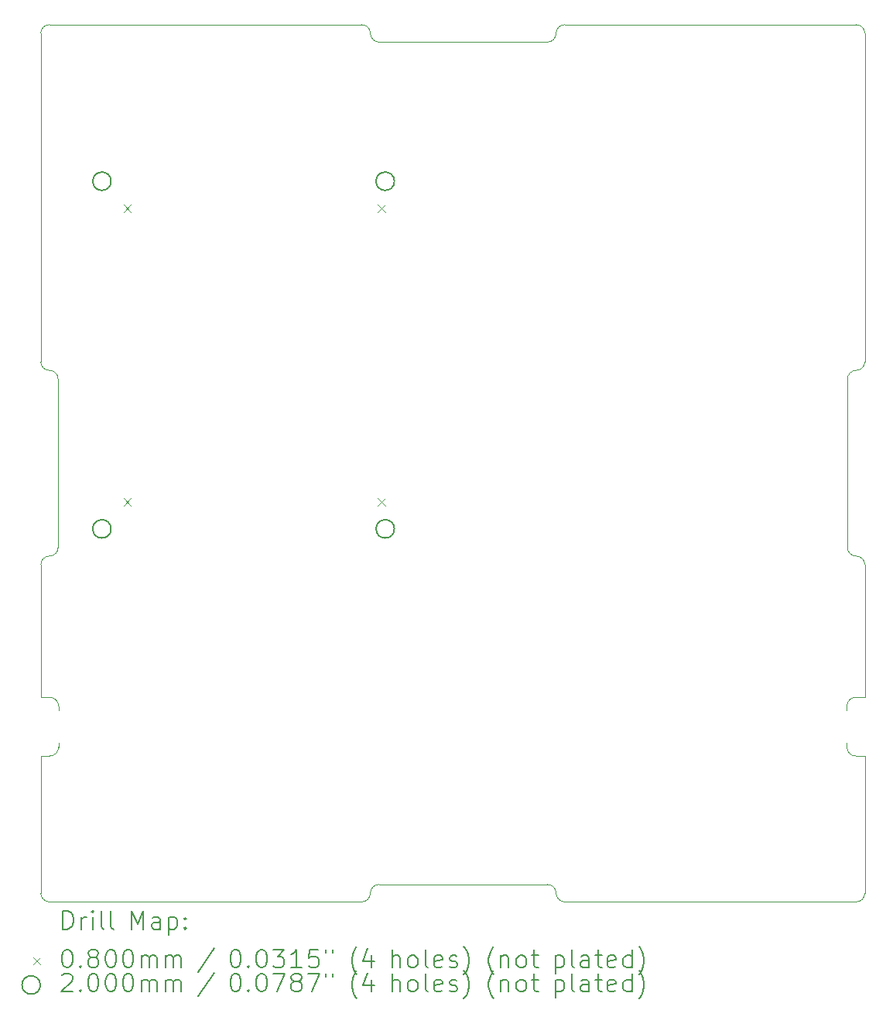
<source format=gbr>
%TF.GenerationSoftware,KiCad,Pcbnew,7.0.0-da2b9df05c~171~ubuntu22.04.1*%
%TF.CreationDate,2023-04-06T22:29:12+03:00*%
%TF.ProjectId,satnogs-comms,7361746e-6f67-4732-9d63-6f6d6d732e6b,rev?*%
%TF.SameCoordinates,Original*%
%TF.FileFunction,Drillmap*%
%TF.FilePolarity,Positive*%
%FSLAX45Y45*%
G04 Gerber Fmt 4.5, Leading zero omitted, Abs format (unit mm)*
G04 Created by KiCad (PCBNEW 7.0.0-da2b9df05c~171~ubuntu22.04.1) date 2023-04-06 22:29:12*
%MOMM*%
%LPD*%
G01*
G04 APERTURE LIST*
%ADD10C,0.100000*%
%ADD11C,0.200000*%
%ADD12C,0.080000*%
G04 APERTURE END LIST*
D10*
X8350250Y-9936480D02*
G75*
G03*
X8255000Y-10031730I0J-95250D01*
G01*
X8350250Y-9936480D02*
G75*
G03*
X8445500Y-9841230I0J95250D01*
G01*
X8445500Y-8002270D02*
G75*
G03*
X8350250Y-7907020I-95250J0D01*
G01*
X8255000Y-7811770D02*
G75*
G03*
X8350250Y-7907020I95250J0D01*
G01*
X8350250Y-4127500D02*
G75*
G03*
X8255000Y-4222750I0J-95250D01*
G01*
X17272000Y-4222750D02*
G75*
G03*
X17176750Y-4127500I-95250J0D01*
G01*
X17176750Y-13716000D02*
G75*
G03*
X17272000Y-13620750I0J95250D01*
G01*
X17176750Y-7907020D02*
G75*
G03*
X17272000Y-7811770I0J95250D01*
G01*
X17272000Y-10031730D02*
G75*
G03*
X17176750Y-9936480I-95250J0D01*
G01*
X17081500Y-8002270D02*
X17081500Y-9841230D01*
X17272000Y-4222750D02*
X17272000Y-7811770D01*
X17176750Y-7907020D02*
G75*
G03*
X17081500Y-8002270I0J-95250D01*
G01*
X11766550Y-13716000D02*
G75*
G03*
X11861800Y-13620750I0J95250D01*
G01*
X11957050Y-13525500D02*
G75*
G03*
X11861800Y-13620750I0J-95250D01*
G01*
X13893800Y-13620750D02*
G75*
G03*
X13798550Y-13525500I-95250J0D01*
G01*
X13893800Y-13620750D02*
G75*
G03*
X13989050Y-13716000I95250J0D01*
G01*
X8350250Y-13716000D02*
X11766550Y-13716000D01*
X11957050Y-13525500D02*
X13798550Y-13525500D01*
X13989050Y-13716000D02*
X17176750Y-13716000D01*
X11861800Y-4222750D02*
G75*
G03*
X11766550Y-4127500I-95250J0D01*
G01*
X8350250Y-4127500D02*
X11766550Y-4127500D01*
X13989050Y-4127500D02*
X17176750Y-4127500D01*
X13989050Y-4127500D02*
G75*
G03*
X13893800Y-4222750I0J-95250D01*
G01*
X11861800Y-4222750D02*
G75*
G03*
X11957050Y-4318000I95250J0D01*
G01*
X11957050Y-4318000D02*
X13798550Y-4318000D01*
X13798550Y-4318000D02*
G75*
G03*
X13893800Y-4222750I0J95250D01*
G01*
X17081500Y-9841230D02*
G75*
G03*
X17176750Y-9936480I95250J0D01*
G01*
X8355090Y-12120840D02*
G75*
G03*
X8450340Y-12025588I0J95250D01*
G01*
X8355090Y-11480842D02*
X8255000Y-11480800D01*
X8450340Y-12025588D02*
X8450340Y-11975840D01*
X17170750Y-11480840D02*
G75*
G03*
X17075500Y-11576092I0J-95250D01*
G01*
X17075500Y-12025630D02*
G75*
G03*
X17170750Y-12120880I95250J0D01*
G01*
X17075500Y-12025630D02*
X17075500Y-11975840D01*
X17272000Y-11480800D02*
X17272000Y-10031730D01*
X8255000Y-12120880D02*
X8355090Y-12120838D01*
X17272000Y-12120880D02*
X17272000Y-13620750D01*
X8450338Y-11576092D02*
G75*
G03*
X8355090Y-11480842I-95248J2D01*
G01*
X8450340Y-11625840D02*
X8450340Y-11576092D01*
X17272000Y-12120880D02*
X17170750Y-12120880D01*
X8255000Y-4222750D02*
X8255000Y-7811770D01*
X17075500Y-11576092D02*
X17075500Y-11625840D01*
X8255000Y-13620750D02*
G75*
G03*
X8350250Y-13716000I95250J0D01*
G01*
X8255000Y-12120880D02*
X8255000Y-13620750D01*
X17272000Y-11480800D02*
X17170750Y-11480842D01*
X8445500Y-8002270D02*
X8445500Y-9841230D01*
X8255000Y-11480800D02*
X8255000Y-10031730D01*
D11*
D12*
X9163720Y-6094300D02*
X9243720Y-6174300D01*
X9243720Y-6094300D02*
X9163720Y-6174300D01*
X9163720Y-9304300D02*
X9243720Y-9384300D01*
X9243720Y-9304300D02*
X9163720Y-9384300D01*
X11943720Y-6094300D02*
X12023720Y-6174300D01*
X12023720Y-6094300D02*
X11943720Y-6174300D01*
X11943720Y-9304300D02*
X12023720Y-9384300D01*
X12023720Y-9304300D02*
X11943720Y-9384300D01*
D11*
X9023720Y-5839300D02*
G75*
G03*
X9023720Y-5839300I-100000J0D01*
G01*
X9023720Y-9639300D02*
G75*
G03*
X9023720Y-9639300I-100000J0D01*
G01*
X12123720Y-5839300D02*
G75*
G03*
X12123720Y-5839300I-100000J0D01*
G01*
X12123720Y-9639300D02*
G75*
G03*
X12123720Y-9639300I-100000J0D01*
G01*
X8497619Y-14014476D02*
X8497619Y-13814476D01*
X8497619Y-13814476D02*
X8545238Y-13814476D01*
X8545238Y-13814476D02*
X8573810Y-13824000D01*
X8573810Y-13824000D02*
X8592857Y-13843048D01*
X8592857Y-13843048D02*
X8602381Y-13862095D01*
X8602381Y-13862095D02*
X8611905Y-13900190D01*
X8611905Y-13900190D02*
X8611905Y-13928762D01*
X8611905Y-13928762D02*
X8602381Y-13966857D01*
X8602381Y-13966857D02*
X8592857Y-13985905D01*
X8592857Y-13985905D02*
X8573810Y-14004952D01*
X8573810Y-14004952D02*
X8545238Y-14014476D01*
X8545238Y-14014476D02*
X8497619Y-14014476D01*
X8697619Y-14014476D02*
X8697619Y-13881143D01*
X8697619Y-13919238D02*
X8707143Y-13900190D01*
X8707143Y-13900190D02*
X8716667Y-13890667D01*
X8716667Y-13890667D02*
X8735714Y-13881143D01*
X8735714Y-13881143D02*
X8754762Y-13881143D01*
X8821429Y-14014476D02*
X8821429Y-13881143D01*
X8821429Y-13814476D02*
X8811905Y-13824000D01*
X8811905Y-13824000D02*
X8821429Y-13833524D01*
X8821429Y-13833524D02*
X8830952Y-13824000D01*
X8830952Y-13824000D02*
X8821429Y-13814476D01*
X8821429Y-13814476D02*
X8821429Y-13833524D01*
X8945238Y-14014476D02*
X8926190Y-14004952D01*
X8926190Y-14004952D02*
X8916667Y-13985905D01*
X8916667Y-13985905D02*
X8916667Y-13814476D01*
X9050000Y-14014476D02*
X9030952Y-14004952D01*
X9030952Y-14004952D02*
X9021429Y-13985905D01*
X9021429Y-13985905D02*
X9021429Y-13814476D01*
X9246190Y-14014476D02*
X9246190Y-13814476D01*
X9246190Y-13814476D02*
X9312857Y-13957333D01*
X9312857Y-13957333D02*
X9379524Y-13814476D01*
X9379524Y-13814476D02*
X9379524Y-14014476D01*
X9560476Y-14014476D02*
X9560476Y-13909714D01*
X9560476Y-13909714D02*
X9550952Y-13890667D01*
X9550952Y-13890667D02*
X9531905Y-13881143D01*
X9531905Y-13881143D02*
X9493809Y-13881143D01*
X9493809Y-13881143D02*
X9474762Y-13890667D01*
X9560476Y-14004952D02*
X9541429Y-14014476D01*
X9541429Y-14014476D02*
X9493809Y-14014476D01*
X9493809Y-14014476D02*
X9474762Y-14004952D01*
X9474762Y-14004952D02*
X9465238Y-13985905D01*
X9465238Y-13985905D02*
X9465238Y-13966857D01*
X9465238Y-13966857D02*
X9474762Y-13947809D01*
X9474762Y-13947809D02*
X9493809Y-13938286D01*
X9493809Y-13938286D02*
X9541429Y-13938286D01*
X9541429Y-13938286D02*
X9560476Y-13928762D01*
X9655714Y-13881143D02*
X9655714Y-14081143D01*
X9655714Y-13890667D02*
X9674762Y-13881143D01*
X9674762Y-13881143D02*
X9712857Y-13881143D01*
X9712857Y-13881143D02*
X9731905Y-13890667D01*
X9731905Y-13890667D02*
X9741429Y-13900190D01*
X9741429Y-13900190D02*
X9750952Y-13919238D01*
X9750952Y-13919238D02*
X9750952Y-13976381D01*
X9750952Y-13976381D02*
X9741429Y-13995428D01*
X9741429Y-13995428D02*
X9731905Y-14004952D01*
X9731905Y-14004952D02*
X9712857Y-14014476D01*
X9712857Y-14014476D02*
X9674762Y-14014476D01*
X9674762Y-14014476D02*
X9655714Y-14004952D01*
X9836667Y-13995428D02*
X9846190Y-14004952D01*
X9846190Y-14004952D02*
X9836667Y-14014476D01*
X9836667Y-14014476D02*
X9827143Y-14004952D01*
X9827143Y-14004952D02*
X9836667Y-13995428D01*
X9836667Y-13995428D02*
X9836667Y-14014476D01*
X9836667Y-13890667D02*
X9846190Y-13900190D01*
X9846190Y-13900190D02*
X9836667Y-13909714D01*
X9836667Y-13909714D02*
X9827143Y-13900190D01*
X9827143Y-13900190D02*
X9836667Y-13890667D01*
X9836667Y-13890667D02*
X9836667Y-13909714D01*
D12*
X8170000Y-14321000D02*
X8250000Y-14401000D01*
X8250000Y-14321000D02*
X8170000Y-14401000D01*
D11*
X8535714Y-14234476D02*
X8554762Y-14234476D01*
X8554762Y-14234476D02*
X8573810Y-14244000D01*
X8573810Y-14244000D02*
X8583333Y-14253524D01*
X8583333Y-14253524D02*
X8592857Y-14272571D01*
X8592857Y-14272571D02*
X8602381Y-14310667D01*
X8602381Y-14310667D02*
X8602381Y-14358286D01*
X8602381Y-14358286D02*
X8592857Y-14396381D01*
X8592857Y-14396381D02*
X8583333Y-14415428D01*
X8583333Y-14415428D02*
X8573810Y-14424952D01*
X8573810Y-14424952D02*
X8554762Y-14434476D01*
X8554762Y-14434476D02*
X8535714Y-14434476D01*
X8535714Y-14434476D02*
X8516667Y-14424952D01*
X8516667Y-14424952D02*
X8507143Y-14415428D01*
X8507143Y-14415428D02*
X8497619Y-14396381D01*
X8497619Y-14396381D02*
X8488095Y-14358286D01*
X8488095Y-14358286D02*
X8488095Y-14310667D01*
X8488095Y-14310667D02*
X8497619Y-14272571D01*
X8497619Y-14272571D02*
X8507143Y-14253524D01*
X8507143Y-14253524D02*
X8516667Y-14244000D01*
X8516667Y-14244000D02*
X8535714Y-14234476D01*
X8688095Y-14415428D02*
X8697619Y-14424952D01*
X8697619Y-14424952D02*
X8688095Y-14434476D01*
X8688095Y-14434476D02*
X8678571Y-14424952D01*
X8678571Y-14424952D02*
X8688095Y-14415428D01*
X8688095Y-14415428D02*
X8688095Y-14434476D01*
X8811905Y-14320190D02*
X8792857Y-14310667D01*
X8792857Y-14310667D02*
X8783333Y-14301143D01*
X8783333Y-14301143D02*
X8773810Y-14282095D01*
X8773810Y-14282095D02*
X8773810Y-14272571D01*
X8773810Y-14272571D02*
X8783333Y-14253524D01*
X8783333Y-14253524D02*
X8792857Y-14244000D01*
X8792857Y-14244000D02*
X8811905Y-14234476D01*
X8811905Y-14234476D02*
X8850000Y-14234476D01*
X8850000Y-14234476D02*
X8869048Y-14244000D01*
X8869048Y-14244000D02*
X8878571Y-14253524D01*
X8878571Y-14253524D02*
X8888095Y-14272571D01*
X8888095Y-14272571D02*
X8888095Y-14282095D01*
X8888095Y-14282095D02*
X8878571Y-14301143D01*
X8878571Y-14301143D02*
X8869048Y-14310667D01*
X8869048Y-14310667D02*
X8850000Y-14320190D01*
X8850000Y-14320190D02*
X8811905Y-14320190D01*
X8811905Y-14320190D02*
X8792857Y-14329714D01*
X8792857Y-14329714D02*
X8783333Y-14339238D01*
X8783333Y-14339238D02*
X8773810Y-14358286D01*
X8773810Y-14358286D02*
X8773810Y-14396381D01*
X8773810Y-14396381D02*
X8783333Y-14415428D01*
X8783333Y-14415428D02*
X8792857Y-14424952D01*
X8792857Y-14424952D02*
X8811905Y-14434476D01*
X8811905Y-14434476D02*
X8850000Y-14434476D01*
X8850000Y-14434476D02*
X8869048Y-14424952D01*
X8869048Y-14424952D02*
X8878571Y-14415428D01*
X8878571Y-14415428D02*
X8888095Y-14396381D01*
X8888095Y-14396381D02*
X8888095Y-14358286D01*
X8888095Y-14358286D02*
X8878571Y-14339238D01*
X8878571Y-14339238D02*
X8869048Y-14329714D01*
X8869048Y-14329714D02*
X8850000Y-14320190D01*
X9011905Y-14234476D02*
X9030952Y-14234476D01*
X9030952Y-14234476D02*
X9050000Y-14244000D01*
X9050000Y-14244000D02*
X9059524Y-14253524D01*
X9059524Y-14253524D02*
X9069048Y-14272571D01*
X9069048Y-14272571D02*
X9078571Y-14310667D01*
X9078571Y-14310667D02*
X9078571Y-14358286D01*
X9078571Y-14358286D02*
X9069048Y-14396381D01*
X9069048Y-14396381D02*
X9059524Y-14415428D01*
X9059524Y-14415428D02*
X9050000Y-14424952D01*
X9050000Y-14424952D02*
X9030952Y-14434476D01*
X9030952Y-14434476D02*
X9011905Y-14434476D01*
X9011905Y-14434476D02*
X8992857Y-14424952D01*
X8992857Y-14424952D02*
X8983333Y-14415428D01*
X8983333Y-14415428D02*
X8973810Y-14396381D01*
X8973810Y-14396381D02*
X8964286Y-14358286D01*
X8964286Y-14358286D02*
X8964286Y-14310667D01*
X8964286Y-14310667D02*
X8973810Y-14272571D01*
X8973810Y-14272571D02*
X8983333Y-14253524D01*
X8983333Y-14253524D02*
X8992857Y-14244000D01*
X8992857Y-14244000D02*
X9011905Y-14234476D01*
X9202381Y-14234476D02*
X9221429Y-14234476D01*
X9221429Y-14234476D02*
X9240476Y-14244000D01*
X9240476Y-14244000D02*
X9250000Y-14253524D01*
X9250000Y-14253524D02*
X9259524Y-14272571D01*
X9259524Y-14272571D02*
X9269048Y-14310667D01*
X9269048Y-14310667D02*
X9269048Y-14358286D01*
X9269048Y-14358286D02*
X9259524Y-14396381D01*
X9259524Y-14396381D02*
X9250000Y-14415428D01*
X9250000Y-14415428D02*
X9240476Y-14424952D01*
X9240476Y-14424952D02*
X9221429Y-14434476D01*
X9221429Y-14434476D02*
X9202381Y-14434476D01*
X9202381Y-14434476D02*
X9183333Y-14424952D01*
X9183333Y-14424952D02*
X9173810Y-14415428D01*
X9173810Y-14415428D02*
X9164286Y-14396381D01*
X9164286Y-14396381D02*
X9154762Y-14358286D01*
X9154762Y-14358286D02*
X9154762Y-14310667D01*
X9154762Y-14310667D02*
X9164286Y-14272571D01*
X9164286Y-14272571D02*
X9173810Y-14253524D01*
X9173810Y-14253524D02*
X9183333Y-14244000D01*
X9183333Y-14244000D02*
X9202381Y-14234476D01*
X9354762Y-14434476D02*
X9354762Y-14301143D01*
X9354762Y-14320190D02*
X9364286Y-14310667D01*
X9364286Y-14310667D02*
X9383333Y-14301143D01*
X9383333Y-14301143D02*
X9411905Y-14301143D01*
X9411905Y-14301143D02*
X9430952Y-14310667D01*
X9430952Y-14310667D02*
X9440476Y-14329714D01*
X9440476Y-14329714D02*
X9440476Y-14434476D01*
X9440476Y-14329714D02*
X9450000Y-14310667D01*
X9450000Y-14310667D02*
X9469048Y-14301143D01*
X9469048Y-14301143D02*
X9497619Y-14301143D01*
X9497619Y-14301143D02*
X9516667Y-14310667D01*
X9516667Y-14310667D02*
X9526191Y-14329714D01*
X9526191Y-14329714D02*
X9526191Y-14434476D01*
X9621429Y-14434476D02*
X9621429Y-14301143D01*
X9621429Y-14320190D02*
X9630952Y-14310667D01*
X9630952Y-14310667D02*
X9650000Y-14301143D01*
X9650000Y-14301143D02*
X9678572Y-14301143D01*
X9678572Y-14301143D02*
X9697619Y-14310667D01*
X9697619Y-14310667D02*
X9707143Y-14329714D01*
X9707143Y-14329714D02*
X9707143Y-14434476D01*
X9707143Y-14329714D02*
X9716667Y-14310667D01*
X9716667Y-14310667D02*
X9735714Y-14301143D01*
X9735714Y-14301143D02*
X9764286Y-14301143D01*
X9764286Y-14301143D02*
X9783333Y-14310667D01*
X9783333Y-14310667D02*
X9792857Y-14329714D01*
X9792857Y-14329714D02*
X9792857Y-14434476D01*
X10150952Y-14224952D02*
X9979524Y-14482095D01*
X10375714Y-14234476D02*
X10394762Y-14234476D01*
X10394762Y-14234476D02*
X10413810Y-14244000D01*
X10413810Y-14244000D02*
X10423333Y-14253524D01*
X10423333Y-14253524D02*
X10432857Y-14272571D01*
X10432857Y-14272571D02*
X10442381Y-14310667D01*
X10442381Y-14310667D02*
X10442381Y-14358286D01*
X10442381Y-14358286D02*
X10432857Y-14396381D01*
X10432857Y-14396381D02*
X10423333Y-14415428D01*
X10423333Y-14415428D02*
X10413810Y-14424952D01*
X10413810Y-14424952D02*
X10394762Y-14434476D01*
X10394762Y-14434476D02*
X10375714Y-14434476D01*
X10375714Y-14434476D02*
X10356667Y-14424952D01*
X10356667Y-14424952D02*
X10347143Y-14415428D01*
X10347143Y-14415428D02*
X10337619Y-14396381D01*
X10337619Y-14396381D02*
X10328095Y-14358286D01*
X10328095Y-14358286D02*
X10328095Y-14310667D01*
X10328095Y-14310667D02*
X10337619Y-14272571D01*
X10337619Y-14272571D02*
X10347143Y-14253524D01*
X10347143Y-14253524D02*
X10356667Y-14244000D01*
X10356667Y-14244000D02*
X10375714Y-14234476D01*
X10528095Y-14415428D02*
X10537619Y-14424952D01*
X10537619Y-14424952D02*
X10528095Y-14434476D01*
X10528095Y-14434476D02*
X10518572Y-14424952D01*
X10518572Y-14424952D02*
X10528095Y-14415428D01*
X10528095Y-14415428D02*
X10528095Y-14434476D01*
X10661429Y-14234476D02*
X10680476Y-14234476D01*
X10680476Y-14234476D02*
X10699524Y-14244000D01*
X10699524Y-14244000D02*
X10709048Y-14253524D01*
X10709048Y-14253524D02*
X10718572Y-14272571D01*
X10718572Y-14272571D02*
X10728095Y-14310667D01*
X10728095Y-14310667D02*
X10728095Y-14358286D01*
X10728095Y-14358286D02*
X10718572Y-14396381D01*
X10718572Y-14396381D02*
X10709048Y-14415428D01*
X10709048Y-14415428D02*
X10699524Y-14424952D01*
X10699524Y-14424952D02*
X10680476Y-14434476D01*
X10680476Y-14434476D02*
X10661429Y-14434476D01*
X10661429Y-14434476D02*
X10642381Y-14424952D01*
X10642381Y-14424952D02*
X10632857Y-14415428D01*
X10632857Y-14415428D02*
X10623333Y-14396381D01*
X10623333Y-14396381D02*
X10613810Y-14358286D01*
X10613810Y-14358286D02*
X10613810Y-14310667D01*
X10613810Y-14310667D02*
X10623333Y-14272571D01*
X10623333Y-14272571D02*
X10632857Y-14253524D01*
X10632857Y-14253524D02*
X10642381Y-14244000D01*
X10642381Y-14244000D02*
X10661429Y-14234476D01*
X10794762Y-14234476D02*
X10918572Y-14234476D01*
X10918572Y-14234476D02*
X10851905Y-14310667D01*
X10851905Y-14310667D02*
X10880476Y-14310667D01*
X10880476Y-14310667D02*
X10899524Y-14320190D01*
X10899524Y-14320190D02*
X10909048Y-14329714D01*
X10909048Y-14329714D02*
X10918572Y-14348762D01*
X10918572Y-14348762D02*
X10918572Y-14396381D01*
X10918572Y-14396381D02*
X10909048Y-14415428D01*
X10909048Y-14415428D02*
X10899524Y-14424952D01*
X10899524Y-14424952D02*
X10880476Y-14434476D01*
X10880476Y-14434476D02*
X10823333Y-14434476D01*
X10823333Y-14434476D02*
X10804286Y-14424952D01*
X10804286Y-14424952D02*
X10794762Y-14415428D01*
X11109048Y-14434476D02*
X10994762Y-14434476D01*
X11051905Y-14434476D02*
X11051905Y-14234476D01*
X11051905Y-14234476D02*
X11032857Y-14263048D01*
X11032857Y-14263048D02*
X11013810Y-14282095D01*
X11013810Y-14282095D02*
X10994762Y-14291619D01*
X11290000Y-14234476D02*
X11194762Y-14234476D01*
X11194762Y-14234476D02*
X11185238Y-14329714D01*
X11185238Y-14329714D02*
X11194762Y-14320190D01*
X11194762Y-14320190D02*
X11213810Y-14310667D01*
X11213810Y-14310667D02*
X11261429Y-14310667D01*
X11261429Y-14310667D02*
X11280476Y-14320190D01*
X11280476Y-14320190D02*
X11290000Y-14329714D01*
X11290000Y-14329714D02*
X11299524Y-14348762D01*
X11299524Y-14348762D02*
X11299524Y-14396381D01*
X11299524Y-14396381D02*
X11290000Y-14415428D01*
X11290000Y-14415428D02*
X11280476Y-14424952D01*
X11280476Y-14424952D02*
X11261429Y-14434476D01*
X11261429Y-14434476D02*
X11213810Y-14434476D01*
X11213810Y-14434476D02*
X11194762Y-14424952D01*
X11194762Y-14424952D02*
X11185238Y-14415428D01*
X11375714Y-14234476D02*
X11375714Y-14272571D01*
X11451905Y-14234476D02*
X11451905Y-14272571D01*
X11714762Y-14510667D02*
X11705238Y-14501143D01*
X11705238Y-14501143D02*
X11686191Y-14472571D01*
X11686191Y-14472571D02*
X11676667Y-14453524D01*
X11676667Y-14453524D02*
X11667143Y-14424952D01*
X11667143Y-14424952D02*
X11657619Y-14377333D01*
X11657619Y-14377333D02*
X11657619Y-14339238D01*
X11657619Y-14339238D02*
X11667143Y-14291619D01*
X11667143Y-14291619D02*
X11676667Y-14263048D01*
X11676667Y-14263048D02*
X11686191Y-14244000D01*
X11686191Y-14244000D02*
X11705238Y-14215428D01*
X11705238Y-14215428D02*
X11714762Y-14205905D01*
X11876667Y-14301143D02*
X11876667Y-14434476D01*
X11829048Y-14224952D02*
X11781429Y-14367809D01*
X11781429Y-14367809D02*
X11905238Y-14367809D01*
X12101429Y-14434476D02*
X12101429Y-14234476D01*
X12187143Y-14434476D02*
X12187143Y-14329714D01*
X12187143Y-14329714D02*
X12177619Y-14310667D01*
X12177619Y-14310667D02*
X12158572Y-14301143D01*
X12158572Y-14301143D02*
X12130000Y-14301143D01*
X12130000Y-14301143D02*
X12110952Y-14310667D01*
X12110952Y-14310667D02*
X12101429Y-14320190D01*
X12310952Y-14434476D02*
X12291905Y-14424952D01*
X12291905Y-14424952D02*
X12282381Y-14415428D01*
X12282381Y-14415428D02*
X12272857Y-14396381D01*
X12272857Y-14396381D02*
X12272857Y-14339238D01*
X12272857Y-14339238D02*
X12282381Y-14320190D01*
X12282381Y-14320190D02*
X12291905Y-14310667D01*
X12291905Y-14310667D02*
X12310952Y-14301143D01*
X12310952Y-14301143D02*
X12339524Y-14301143D01*
X12339524Y-14301143D02*
X12358572Y-14310667D01*
X12358572Y-14310667D02*
X12368095Y-14320190D01*
X12368095Y-14320190D02*
X12377619Y-14339238D01*
X12377619Y-14339238D02*
X12377619Y-14396381D01*
X12377619Y-14396381D02*
X12368095Y-14415428D01*
X12368095Y-14415428D02*
X12358572Y-14424952D01*
X12358572Y-14424952D02*
X12339524Y-14434476D01*
X12339524Y-14434476D02*
X12310952Y-14434476D01*
X12491905Y-14434476D02*
X12472857Y-14424952D01*
X12472857Y-14424952D02*
X12463333Y-14405905D01*
X12463333Y-14405905D02*
X12463333Y-14234476D01*
X12644286Y-14424952D02*
X12625238Y-14434476D01*
X12625238Y-14434476D02*
X12587143Y-14434476D01*
X12587143Y-14434476D02*
X12568095Y-14424952D01*
X12568095Y-14424952D02*
X12558572Y-14405905D01*
X12558572Y-14405905D02*
X12558572Y-14329714D01*
X12558572Y-14329714D02*
X12568095Y-14310667D01*
X12568095Y-14310667D02*
X12587143Y-14301143D01*
X12587143Y-14301143D02*
X12625238Y-14301143D01*
X12625238Y-14301143D02*
X12644286Y-14310667D01*
X12644286Y-14310667D02*
X12653810Y-14329714D01*
X12653810Y-14329714D02*
X12653810Y-14348762D01*
X12653810Y-14348762D02*
X12558572Y-14367809D01*
X12730000Y-14424952D02*
X12749048Y-14434476D01*
X12749048Y-14434476D02*
X12787143Y-14434476D01*
X12787143Y-14434476D02*
X12806191Y-14424952D01*
X12806191Y-14424952D02*
X12815714Y-14405905D01*
X12815714Y-14405905D02*
X12815714Y-14396381D01*
X12815714Y-14396381D02*
X12806191Y-14377333D01*
X12806191Y-14377333D02*
X12787143Y-14367809D01*
X12787143Y-14367809D02*
X12758572Y-14367809D01*
X12758572Y-14367809D02*
X12739524Y-14358286D01*
X12739524Y-14358286D02*
X12730000Y-14339238D01*
X12730000Y-14339238D02*
X12730000Y-14329714D01*
X12730000Y-14329714D02*
X12739524Y-14310667D01*
X12739524Y-14310667D02*
X12758572Y-14301143D01*
X12758572Y-14301143D02*
X12787143Y-14301143D01*
X12787143Y-14301143D02*
X12806191Y-14310667D01*
X12882381Y-14510667D02*
X12891905Y-14501143D01*
X12891905Y-14501143D02*
X12910953Y-14472571D01*
X12910953Y-14472571D02*
X12920476Y-14453524D01*
X12920476Y-14453524D02*
X12930000Y-14424952D01*
X12930000Y-14424952D02*
X12939524Y-14377333D01*
X12939524Y-14377333D02*
X12939524Y-14339238D01*
X12939524Y-14339238D02*
X12930000Y-14291619D01*
X12930000Y-14291619D02*
X12920476Y-14263048D01*
X12920476Y-14263048D02*
X12910953Y-14244000D01*
X12910953Y-14244000D02*
X12891905Y-14215428D01*
X12891905Y-14215428D02*
X12882381Y-14205905D01*
X13211905Y-14510667D02*
X13202381Y-14501143D01*
X13202381Y-14501143D02*
X13183333Y-14472571D01*
X13183333Y-14472571D02*
X13173810Y-14453524D01*
X13173810Y-14453524D02*
X13164286Y-14424952D01*
X13164286Y-14424952D02*
X13154762Y-14377333D01*
X13154762Y-14377333D02*
X13154762Y-14339238D01*
X13154762Y-14339238D02*
X13164286Y-14291619D01*
X13164286Y-14291619D02*
X13173810Y-14263048D01*
X13173810Y-14263048D02*
X13183333Y-14244000D01*
X13183333Y-14244000D02*
X13202381Y-14215428D01*
X13202381Y-14215428D02*
X13211905Y-14205905D01*
X13288095Y-14301143D02*
X13288095Y-14434476D01*
X13288095Y-14320190D02*
X13297619Y-14310667D01*
X13297619Y-14310667D02*
X13316667Y-14301143D01*
X13316667Y-14301143D02*
X13345238Y-14301143D01*
X13345238Y-14301143D02*
X13364286Y-14310667D01*
X13364286Y-14310667D02*
X13373810Y-14329714D01*
X13373810Y-14329714D02*
X13373810Y-14434476D01*
X13497619Y-14434476D02*
X13478572Y-14424952D01*
X13478572Y-14424952D02*
X13469048Y-14415428D01*
X13469048Y-14415428D02*
X13459524Y-14396381D01*
X13459524Y-14396381D02*
X13459524Y-14339238D01*
X13459524Y-14339238D02*
X13469048Y-14320190D01*
X13469048Y-14320190D02*
X13478572Y-14310667D01*
X13478572Y-14310667D02*
X13497619Y-14301143D01*
X13497619Y-14301143D02*
X13526191Y-14301143D01*
X13526191Y-14301143D02*
X13545238Y-14310667D01*
X13545238Y-14310667D02*
X13554762Y-14320190D01*
X13554762Y-14320190D02*
X13564286Y-14339238D01*
X13564286Y-14339238D02*
X13564286Y-14396381D01*
X13564286Y-14396381D02*
X13554762Y-14415428D01*
X13554762Y-14415428D02*
X13545238Y-14424952D01*
X13545238Y-14424952D02*
X13526191Y-14434476D01*
X13526191Y-14434476D02*
X13497619Y-14434476D01*
X13621429Y-14301143D02*
X13697619Y-14301143D01*
X13650000Y-14234476D02*
X13650000Y-14405905D01*
X13650000Y-14405905D02*
X13659524Y-14424952D01*
X13659524Y-14424952D02*
X13678572Y-14434476D01*
X13678572Y-14434476D02*
X13697619Y-14434476D01*
X13884286Y-14301143D02*
X13884286Y-14501143D01*
X13884286Y-14310667D02*
X13903333Y-14301143D01*
X13903333Y-14301143D02*
X13941429Y-14301143D01*
X13941429Y-14301143D02*
X13960476Y-14310667D01*
X13960476Y-14310667D02*
X13970000Y-14320190D01*
X13970000Y-14320190D02*
X13979524Y-14339238D01*
X13979524Y-14339238D02*
X13979524Y-14396381D01*
X13979524Y-14396381D02*
X13970000Y-14415428D01*
X13970000Y-14415428D02*
X13960476Y-14424952D01*
X13960476Y-14424952D02*
X13941429Y-14434476D01*
X13941429Y-14434476D02*
X13903333Y-14434476D01*
X13903333Y-14434476D02*
X13884286Y-14424952D01*
X14093810Y-14434476D02*
X14074762Y-14424952D01*
X14074762Y-14424952D02*
X14065238Y-14405905D01*
X14065238Y-14405905D02*
X14065238Y-14234476D01*
X14255714Y-14434476D02*
X14255714Y-14329714D01*
X14255714Y-14329714D02*
X14246191Y-14310667D01*
X14246191Y-14310667D02*
X14227143Y-14301143D01*
X14227143Y-14301143D02*
X14189048Y-14301143D01*
X14189048Y-14301143D02*
X14170000Y-14310667D01*
X14255714Y-14424952D02*
X14236667Y-14434476D01*
X14236667Y-14434476D02*
X14189048Y-14434476D01*
X14189048Y-14434476D02*
X14170000Y-14424952D01*
X14170000Y-14424952D02*
X14160476Y-14405905D01*
X14160476Y-14405905D02*
X14160476Y-14386857D01*
X14160476Y-14386857D02*
X14170000Y-14367809D01*
X14170000Y-14367809D02*
X14189048Y-14358286D01*
X14189048Y-14358286D02*
X14236667Y-14358286D01*
X14236667Y-14358286D02*
X14255714Y-14348762D01*
X14322381Y-14301143D02*
X14398572Y-14301143D01*
X14350953Y-14234476D02*
X14350953Y-14405905D01*
X14350953Y-14405905D02*
X14360476Y-14424952D01*
X14360476Y-14424952D02*
X14379524Y-14434476D01*
X14379524Y-14434476D02*
X14398572Y-14434476D01*
X14541429Y-14424952D02*
X14522381Y-14434476D01*
X14522381Y-14434476D02*
X14484286Y-14434476D01*
X14484286Y-14434476D02*
X14465238Y-14424952D01*
X14465238Y-14424952D02*
X14455714Y-14405905D01*
X14455714Y-14405905D02*
X14455714Y-14329714D01*
X14455714Y-14329714D02*
X14465238Y-14310667D01*
X14465238Y-14310667D02*
X14484286Y-14301143D01*
X14484286Y-14301143D02*
X14522381Y-14301143D01*
X14522381Y-14301143D02*
X14541429Y-14310667D01*
X14541429Y-14310667D02*
X14550953Y-14329714D01*
X14550953Y-14329714D02*
X14550953Y-14348762D01*
X14550953Y-14348762D02*
X14455714Y-14367809D01*
X14722381Y-14434476D02*
X14722381Y-14234476D01*
X14722381Y-14424952D02*
X14703334Y-14434476D01*
X14703334Y-14434476D02*
X14665238Y-14434476D01*
X14665238Y-14434476D02*
X14646191Y-14424952D01*
X14646191Y-14424952D02*
X14636667Y-14415428D01*
X14636667Y-14415428D02*
X14627143Y-14396381D01*
X14627143Y-14396381D02*
X14627143Y-14339238D01*
X14627143Y-14339238D02*
X14636667Y-14320190D01*
X14636667Y-14320190D02*
X14646191Y-14310667D01*
X14646191Y-14310667D02*
X14665238Y-14301143D01*
X14665238Y-14301143D02*
X14703334Y-14301143D01*
X14703334Y-14301143D02*
X14722381Y-14310667D01*
X14798572Y-14510667D02*
X14808095Y-14501143D01*
X14808095Y-14501143D02*
X14827143Y-14472571D01*
X14827143Y-14472571D02*
X14836667Y-14453524D01*
X14836667Y-14453524D02*
X14846191Y-14424952D01*
X14846191Y-14424952D02*
X14855714Y-14377333D01*
X14855714Y-14377333D02*
X14855714Y-14339238D01*
X14855714Y-14339238D02*
X14846191Y-14291619D01*
X14846191Y-14291619D02*
X14836667Y-14263048D01*
X14836667Y-14263048D02*
X14827143Y-14244000D01*
X14827143Y-14244000D02*
X14808095Y-14215428D01*
X14808095Y-14215428D02*
X14798572Y-14205905D01*
X8250000Y-14625000D02*
G75*
G03*
X8250000Y-14625000I-100000J0D01*
G01*
X8488095Y-14517524D02*
X8497619Y-14508000D01*
X8497619Y-14508000D02*
X8516667Y-14498476D01*
X8516667Y-14498476D02*
X8564286Y-14498476D01*
X8564286Y-14498476D02*
X8583333Y-14508000D01*
X8583333Y-14508000D02*
X8592857Y-14517524D01*
X8592857Y-14517524D02*
X8602381Y-14536571D01*
X8602381Y-14536571D02*
X8602381Y-14555619D01*
X8602381Y-14555619D02*
X8592857Y-14584190D01*
X8592857Y-14584190D02*
X8478571Y-14698476D01*
X8478571Y-14698476D02*
X8602381Y-14698476D01*
X8688095Y-14679428D02*
X8697619Y-14688952D01*
X8697619Y-14688952D02*
X8688095Y-14698476D01*
X8688095Y-14698476D02*
X8678571Y-14688952D01*
X8678571Y-14688952D02*
X8688095Y-14679428D01*
X8688095Y-14679428D02*
X8688095Y-14698476D01*
X8821429Y-14498476D02*
X8840476Y-14498476D01*
X8840476Y-14498476D02*
X8859524Y-14508000D01*
X8859524Y-14508000D02*
X8869048Y-14517524D01*
X8869048Y-14517524D02*
X8878571Y-14536571D01*
X8878571Y-14536571D02*
X8888095Y-14574667D01*
X8888095Y-14574667D02*
X8888095Y-14622286D01*
X8888095Y-14622286D02*
X8878571Y-14660381D01*
X8878571Y-14660381D02*
X8869048Y-14679428D01*
X8869048Y-14679428D02*
X8859524Y-14688952D01*
X8859524Y-14688952D02*
X8840476Y-14698476D01*
X8840476Y-14698476D02*
X8821429Y-14698476D01*
X8821429Y-14698476D02*
X8802381Y-14688952D01*
X8802381Y-14688952D02*
X8792857Y-14679428D01*
X8792857Y-14679428D02*
X8783333Y-14660381D01*
X8783333Y-14660381D02*
X8773810Y-14622286D01*
X8773810Y-14622286D02*
X8773810Y-14574667D01*
X8773810Y-14574667D02*
X8783333Y-14536571D01*
X8783333Y-14536571D02*
X8792857Y-14517524D01*
X8792857Y-14517524D02*
X8802381Y-14508000D01*
X8802381Y-14508000D02*
X8821429Y-14498476D01*
X9011905Y-14498476D02*
X9030952Y-14498476D01*
X9030952Y-14498476D02*
X9050000Y-14508000D01*
X9050000Y-14508000D02*
X9059524Y-14517524D01*
X9059524Y-14517524D02*
X9069048Y-14536571D01*
X9069048Y-14536571D02*
X9078571Y-14574667D01*
X9078571Y-14574667D02*
X9078571Y-14622286D01*
X9078571Y-14622286D02*
X9069048Y-14660381D01*
X9069048Y-14660381D02*
X9059524Y-14679428D01*
X9059524Y-14679428D02*
X9050000Y-14688952D01*
X9050000Y-14688952D02*
X9030952Y-14698476D01*
X9030952Y-14698476D02*
X9011905Y-14698476D01*
X9011905Y-14698476D02*
X8992857Y-14688952D01*
X8992857Y-14688952D02*
X8983333Y-14679428D01*
X8983333Y-14679428D02*
X8973810Y-14660381D01*
X8973810Y-14660381D02*
X8964286Y-14622286D01*
X8964286Y-14622286D02*
X8964286Y-14574667D01*
X8964286Y-14574667D02*
X8973810Y-14536571D01*
X8973810Y-14536571D02*
X8983333Y-14517524D01*
X8983333Y-14517524D02*
X8992857Y-14508000D01*
X8992857Y-14508000D02*
X9011905Y-14498476D01*
X9202381Y-14498476D02*
X9221429Y-14498476D01*
X9221429Y-14498476D02*
X9240476Y-14508000D01*
X9240476Y-14508000D02*
X9250000Y-14517524D01*
X9250000Y-14517524D02*
X9259524Y-14536571D01*
X9259524Y-14536571D02*
X9269048Y-14574667D01*
X9269048Y-14574667D02*
X9269048Y-14622286D01*
X9269048Y-14622286D02*
X9259524Y-14660381D01*
X9259524Y-14660381D02*
X9250000Y-14679428D01*
X9250000Y-14679428D02*
X9240476Y-14688952D01*
X9240476Y-14688952D02*
X9221429Y-14698476D01*
X9221429Y-14698476D02*
X9202381Y-14698476D01*
X9202381Y-14698476D02*
X9183333Y-14688952D01*
X9183333Y-14688952D02*
X9173810Y-14679428D01*
X9173810Y-14679428D02*
X9164286Y-14660381D01*
X9164286Y-14660381D02*
X9154762Y-14622286D01*
X9154762Y-14622286D02*
X9154762Y-14574667D01*
X9154762Y-14574667D02*
X9164286Y-14536571D01*
X9164286Y-14536571D02*
X9173810Y-14517524D01*
X9173810Y-14517524D02*
X9183333Y-14508000D01*
X9183333Y-14508000D02*
X9202381Y-14498476D01*
X9354762Y-14698476D02*
X9354762Y-14565143D01*
X9354762Y-14584190D02*
X9364286Y-14574667D01*
X9364286Y-14574667D02*
X9383333Y-14565143D01*
X9383333Y-14565143D02*
X9411905Y-14565143D01*
X9411905Y-14565143D02*
X9430952Y-14574667D01*
X9430952Y-14574667D02*
X9440476Y-14593714D01*
X9440476Y-14593714D02*
X9440476Y-14698476D01*
X9440476Y-14593714D02*
X9450000Y-14574667D01*
X9450000Y-14574667D02*
X9469048Y-14565143D01*
X9469048Y-14565143D02*
X9497619Y-14565143D01*
X9497619Y-14565143D02*
X9516667Y-14574667D01*
X9516667Y-14574667D02*
X9526191Y-14593714D01*
X9526191Y-14593714D02*
X9526191Y-14698476D01*
X9621429Y-14698476D02*
X9621429Y-14565143D01*
X9621429Y-14584190D02*
X9630952Y-14574667D01*
X9630952Y-14574667D02*
X9650000Y-14565143D01*
X9650000Y-14565143D02*
X9678572Y-14565143D01*
X9678572Y-14565143D02*
X9697619Y-14574667D01*
X9697619Y-14574667D02*
X9707143Y-14593714D01*
X9707143Y-14593714D02*
X9707143Y-14698476D01*
X9707143Y-14593714D02*
X9716667Y-14574667D01*
X9716667Y-14574667D02*
X9735714Y-14565143D01*
X9735714Y-14565143D02*
X9764286Y-14565143D01*
X9764286Y-14565143D02*
X9783333Y-14574667D01*
X9783333Y-14574667D02*
X9792857Y-14593714D01*
X9792857Y-14593714D02*
X9792857Y-14698476D01*
X10150952Y-14488952D02*
X9979524Y-14746095D01*
X10375714Y-14498476D02*
X10394762Y-14498476D01*
X10394762Y-14498476D02*
X10413810Y-14508000D01*
X10413810Y-14508000D02*
X10423333Y-14517524D01*
X10423333Y-14517524D02*
X10432857Y-14536571D01*
X10432857Y-14536571D02*
X10442381Y-14574667D01*
X10442381Y-14574667D02*
X10442381Y-14622286D01*
X10442381Y-14622286D02*
X10432857Y-14660381D01*
X10432857Y-14660381D02*
X10423333Y-14679428D01*
X10423333Y-14679428D02*
X10413810Y-14688952D01*
X10413810Y-14688952D02*
X10394762Y-14698476D01*
X10394762Y-14698476D02*
X10375714Y-14698476D01*
X10375714Y-14698476D02*
X10356667Y-14688952D01*
X10356667Y-14688952D02*
X10347143Y-14679428D01*
X10347143Y-14679428D02*
X10337619Y-14660381D01*
X10337619Y-14660381D02*
X10328095Y-14622286D01*
X10328095Y-14622286D02*
X10328095Y-14574667D01*
X10328095Y-14574667D02*
X10337619Y-14536571D01*
X10337619Y-14536571D02*
X10347143Y-14517524D01*
X10347143Y-14517524D02*
X10356667Y-14508000D01*
X10356667Y-14508000D02*
X10375714Y-14498476D01*
X10528095Y-14679428D02*
X10537619Y-14688952D01*
X10537619Y-14688952D02*
X10528095Y-14698476D01*
X10528095Y-14698476D02*
X10518572Y-14688952D01*
X10518572Y-14688952D02*
X10528095Y-14679428D01*
X10528095Y-14679428D02*
X10528095Y-14698476D01*
X10661429Y-14498476D02*
X10680476Y-14498476D01*
X10680476Y-14498476D02*
X10699524Y-14508000D01*
X10699524Y-14508000D02*
X10709048Y-14517524D01*
X10709048Y-14517524D02*
X10718572Y-14536571D01*
X10718572Y-14536571D02*
X10728095Y-14574667D01*
X10728095Y-14574667D02*
X10728095Y-14622286D01*
X10728095Y-14622286D02*
X10718572Y-14660381D01*
X10718572Y-14660381D02*
X10709048Y-14679428D01*
X10709048Y-14679428D02*
X10699524Y-14688952D01*
X10699524Y-14688952D02*
X10680476Y-14698476D01*
X10680476Y-14698476D02*
X10661429Y-14698476D01*
X10661429Y-14698476D02*
X10642381Y-14688952D01*
X10642381Y-14688952D02*
X10632857Y-14679428D01*
X10632857Y-14679428D02*
X10623333Y-14660381D01*
X10623333Y-14660381D02*
X10613810Y-14622286D01*
X10613810Y-14622286D02*
X10613810Y-14574667D01*
X10613810Y-14574667D02*
X10623333Y-14536571D01*
X10623333Y-14536571D02*
X10632857Y-14517524D01*
X10632857Y-14517524D02*
X10642381Y-14508000D01*
X10642381Y-14508000D02*
X10661429Y-14498476D01*
X10794762Y-14498476D02*
X10928095Y-14498476D01*
X10928095Y-14498476D02*
X10842381Y-14698476D01*
X11032857Y-14584190D02*
X11013810Y-14574667D01*
X11013810Y-14574667D02*
X11004286Y-14565143D01*
X11004286Y-14565143D02*
X10994762Y-14546095D01*
X10994762Y-14546095D02*
X10994762Y-14536571D01*
X10994762Y-14536571D02*
X11004286Y-14517524D01*
X11004286Y-14517524D02*
X11013810Y-14508000D01*
X11013810Y-14508000D02*
X11032857Y-14498476D01*
X11032857Y-14498476D02*
X11070953Y-14498476D01*
X11070953Y-14498476D02*
X11090000Y-14508000D01*
X11090000Y-14508000D02*
X11099524Y-14517524D01*
X11099524Y-14517524D02*
X11109048Y-14536571D01*
X11109048Y-14536571D02*
X11109048Y-14546095D01*
X11109048Y-14546095D02*
X11099524Y-14565143D01*
X11099524Y-14565143D02*
X11090000Y-14574667D01*
X11090000Y-14574667D02*
X11070953Y-14584190D01*
X11070953Y-14584190D02*
X11032857Y-14584190D01*
X11032857Y-14584190D02*
X11013810Y-14593714D01*
X11013810Y-14593714D02*
X11004286Y-14603238D01*
X11004286Y-14603238D02*
X10994762Y-14622286D01*
X10994762Y-14622286D02*
X10994762Y-14660381D01*
X10994762Y-14660381D02*
X11004286Y-14679428D01*
X11004286Y-14679428D02*
X11013810Y-14688952D01*
X11013810Y-14688952D02*
X11032857Y-14698476D01*
X11032857Y-14698476D02*
X11070953Y-14698476D01*
X11070953Y-14698476D02*
X11090000Y-14688952D01*
X11090000Y-14688952D02*
X11099524Y-14679428D01*
X11099524Y-14679428D02*
X11109048Y-14660381D01*
X11109048Y-14660381D02*
X11109048Y-14622286D01*
X11109048Y-14622286D02*
X11099524Y-14603238D01*
X11099524Y-14603238D02*
X11090000Y-14593714D01*
X11090000Y-14593714D02*
X11070953Y-14584190D01*
X11175714Y-14498476D02*
X11309048Y-14498476D01*
X11309048Y-14498476D02*
X11223333Y-14698476D01*
X11375714Y-14498476D02*
X11375714Y-14536571D01*
X11451905Y-14498476D02*
X11451905Y-14536571D01*
X11714762Y-14774667D02*
X11705238Y-14765143D01*
X11705238Y-14765143D02*
X11686191Y-14736571D01*
X11686191Y-14736571D02*
X11676667Y-14717524D01*
X11676667Y-14717524D02*
X11667143Y-14688952D01*
X11667143Y-14688952D02*
X11657619Y-14641333D01*
X11657619Y-14641333D02*
X11657619Y-14603238D01*
X11657619Y-14603238D02*
X11667143Y-14555619D01*
X11667143Y-14555619D02*
X11676667Y-14527048D01*
X11676667Y-14527048D02*
X11686191Y-14508000D01*
X11686191Y-14508000D02*
X11705238Y-14479428D01*
X11705238Y-14479428D02*
X11714762Y-14469905D01*
X11876667Y-14565143D02*
X11876667Y-14698476D01*
X11829048Y-14488952D02*
X11781429Y-14631809D01*
X11781429Y-14631809D02*
X11905238Y-14631809D01*
X12101429Y-14698476D02*
X12101429Y-14498476D01*
X12187143Y-14698476D02*
X12187143Y-14593714D01*
X12187143Y-14593714D02*
X12177619Y-14574667D01*
X12177619Y-14574667D02*
X12158572Y-14565143D01*
X12158572Y-14565143D02*
X12130000Y-14565143D01*
X12130000Y-14565143D02*
X12110952Y-14574667D01*
X12110952Y-14574667D02*
X12101429Y-14584190D01*
X12310952Y-14698476D02*
X12291905Y-14688952D01*
X12291905Y-14688952D02*
X12282381Y-14679428D01*
X12282381Y-14679428D02*
X12272857Y-14660381D01*
X12272857Y-14660381D02*
X12272857Y-14603238D01*
X12272857Y-14603238D02*
X12282381Y-14584190D01*
X12282381Y-14584190D02*
X12291905Y-14574667D01*
X12291905Y-14574667D02*
X12310952Y-14565143D01*
X12310952Y-14565143D02*
X12339524Y-14565143D01*
X12339524Y-14565143D02*
X12358572Y-14574667D01*
X12358572Y-14574667D02*
X12368095Y-14584190D01*
X12368095Y-14584190D02*
X12377619Y-14603238D01*
X12377619Y-14603238D02*
X12377619Y-14660381D01*
X12377619Y-14660381D02*
X12368095Y-14679428D01*
X12368095Y-14679428D02*
X12358572Y-14688952D01*
X12358572Y-14688952D02*
X12339524Y-14698476D01*
X12339524Y-14698476D02*
X12310952Y-14698476D01*
X12491905Y-14698476D02*
X12472857Y-14688952D01*
X12472857Y-14688952D02*
X12463333Y-14669905D01*
X12463333Y-14669905D02*
X12463333Y-14498476D01*
X12644286Y-14688952D02*
X12625238Y-14698476D01*
X12625238Y-14698476D02*
X12587143Y-14698476D01*
X12587143Y-14698476D02*
X12568095Y-14688952D01*
X12568095Y-14688952D02*
X12558572Y-14669905D01*
X12558572Y-14669905D02*
X12558572Y-14593714D01*
X12558572Y-14593714D02*
X12568095Y-14574667D01*
X12568095Y-14574667D02*
X12587143Y-14565143D01*
X12587143Y-14565143D02*
X12625238Y-14565143D01*
X12625238Y-14565143D02*
X12644286Y-14574667D01*
X12644286Y-14574667D02*
X12653810Y-14593714D01*
X12653810Y-14593714D02*
X12653810Y-14612762D01*
X12653810Y-14612762D02*
X12558572Y-14631809D01*
X12730000Y-14688952D02*
X12749048Y-14698476D01*
X12749048Y-14698476D02*
X12787143Y-14698476D01*
X12787143Y-14698476D02*
X12806191Y-14688952D01*
X12806191Y-14688952D02*
X12815714Y-14669905D01*
X12815714Y-14669905D02*
X12815714Y-14660381D01*
X12815714Y-14660381D02*
X12806191Y-14641333D01*
X12806191Y-14641333D02*
X12787143Y-14631809D01*
X12787143Y-14631809D02*
X12758572Y-14631809D01*
X12758572Y-14631809D02*
X12739524Y-14622286D01*
X12739524Y-14622286D02*
X12730000Y-14603238D01*
X12730000Y-14603238D02*
X12730000Y-14593714D01*
X12730000Y-14593714D02*
X12739524Y-14574667D01*
X12739524Y-14574667D02*
X12758572Y-14565143D01*
X12758572Y-14565143D02*
X12787143Y-14565143D01*
X12787143Y-14565143D02*
X12806191Y-14574667D01*
X12882381Y-14774667D02*
X12891905Y-14765143D01*
X12891905Y-14765143D02*
X12910953Y-14736571D01*
X12910953Y-14736571D02*
X12920476Y-14717524D01*
X12920476Y-14717524D02*
X12930000Y-14688952D01*
X12930000Y-14688952D02*
X12939524Y-14641333D01*
X12939524Y-14641333D02*
X12939524Y-14603238D01*
X12939524Y-14603238D02*
X12930000Y-14555619D01*
X12930000Y-14555619D02*
X12920476Y-14527048D01*
X12920476Y-14527048D02*
X12910953Y-14508000D01*
X12910953Y-14508000D02*
X12891905Y-14479428D01*
X12891905Y-14479428D02*
X12882381Y-14469905D01*
X13211905Y-14774667D02*
X13202381Y-14765143D01*
X13202381Y-14765143D02*
X13183333Y-14736571D01*
X13183333Y-14736571D02*
X13173810Y-14717524D01*
X13173810Y-14717524D02*
X13164286Y-14688952D01*
X13164286Y-14688952D02*
X13154762Y-14641333D01*
X13154762Y-14641333D02*
X13154762Y-14603238D01*
X13154762Y-14603238D02*
X13164286Y-14555619D01*
X13164286Y-14555619D02*
X13173810Y-14527048D01*
X13173810Y-14527048D02*
X13183333Y-14508000D01*
X13183333Y-14508000D02*
X13202381Y-14479428D01*
X13202381Y-14479428D02*
X13211905Y-14469905D01*
X13288095Y-14565143D02*
X13288095Y-14698476D01*
X13288095Y-14584190D02*
X13297619Y-14574667D01*
X13297619Y-14574667D02*
X13316667Y-14565143D01*
X13316667Y-14565143D02*
X13345238Y-14565143D01*
X13345238Y-14565143D02*
X13364286Y-14574667D01*
X13364286Y-14574667D02*
X13373810Y-14593714D01*
X13373810Y-14593714D02*
X13373810Y-14698476D01*
X13497619Y-14698476D02*
X13478572Y-14688952D01*
X13478572Y-14688952D02*
X13469048Y-14679428D01*
X13469048Y-14679428D02*
X13459524Y-14660381D01*
X13459524Y-14660381D02*
X13459524Y-14603238D01*
X13459524Y-14603238D02*
X13469048Y-14584190D01*
X13469048Y-14584190D02*
X13478572Y-14574667D01*
X13478572Y-14574667D02*
X13497619Y-14565143D01*
X13497619Y-14565143D02*
X13526191Y-14565143D01*
X13526191Y-14565143D02*
X13545238Y-14574667D01*
X13545238Y-14574667D02*
X13554762Y-14584190D01*
X13554762Y-14584190D02*
X13564286Y-14603238D01*
X13564286Y-14603238D02*
X13564286Y-14660381D01*
X13564286Y-14660381D02*
X13554762Y-14679428D01*
X13554762Y-14679428D02*
X13545238Y-14688952D01*
X13545238Y-14688952D02*
X13526191Y-14698476D01*
X13526191Y-14698476D02*
X13497619Y-14698476D01*
X13621429Y-14565143D02*
X13697619Y-14565143D01*
X13650000Y-14498476D02*
X13650000Y-14669905D01*
X13650000Y-14669905D02*
X13659524Y-14688952D01*
X13659524Y-14688952D02*
X13678572Y-14698476D01*
X13678572Y-14698476D02*
X13697619Y-14698476D01*
X13884286Y-14565143D02*
X13884286Y-14765143D01*
X13884286Y-14574667D02*
X13903333Y-14565143D01*
X13903333Y-14565143D02*
X13941429Y-14565143D01*
X13941429Y-14565143D02*
X13960476Y-14574667D01*
X13960476Y-14574667D02*
X13970000Y-14584190D01*
X13970000Y-14584190D02*
X13979524Y-14603238D01*
X13979524Y-14603238D02*
X13979524Y-14660381D01*
X13979524Y-14660381D02*
X13970000Y-14679428D01*
X13970000Y-14679428D02*
X13960476Y-14688952D01*
X13960476Y-14688952D02*
X13941429Y-14698476D01*
X13941429Y-14698476D02*
X13903333Y-14698476D01*
X13903333Y-14698476D02*
X13884286Y-14688952D01*
X14093810Y-14698476D02*
X14074762Y-14688952D01*
X14074762Y-14688952D02*
X14065238Y-14669905D01*
X14065238Y-14669905D02*
X14065238Y-14498476D01*
X14255714Y-14698476D02*
X14255714Y-14593714D01*
X14255714Y-14593714D02*
X14246191Y-14574667D01*
X14246191Y-14574667D02*
X14227143Y-14565143D01*
X14227143Y-14565143D02*
X14189048Y-14565143D01*
X14189048Y-14565143D02*
X14170000Y-14574667D01*
X14255714Y-14688952D02*
X14236667Y-14698476D01*
X14236667Y-14698476D02*
X14189048Y-14698476D01*
X14189048Y-14698476D02*
X14170000Y-14688952D01*
X14170000Y-14688952D02*
X14160476Y-14669905D01*
X14160476Y-14669905D02*
X14160476Y-14650857D01*
X14160476Y-14650857D02*
X14170000Y-14631809D01*
X14170000Y-14631809D02*
X14189048Y-14622286D01*
X14189048Y-14622286D02*
X14236667Y-14622286D01*
X14236667Y-14622286D02*
X14255714Y-14612762D01*
X14322381Y-14565143D02*
X14398572Y-14565143D01*
X14350953Y-14498476D02*
X14350953Y-14669905D01*
X14350953Y-14669905D02*
X14360476Y-14688952D01*
X14360476Y-14688952D02*
X14379524Y-14698476D01*
X14379524Y-14698476D02*
X14398572Y-14698476D01*
X14541429Y-14688952D02*
X14522381Y-14698476D01*
X14522381Y-14698476D02*
X14484286Y-14698476D01*
X14484286Y-14698476D02*
X14465238Y-14688952D01*
X14465238Y-14688952D02*
X14455714Y-14669905D01*
X14455714Y-14669905D02*
X14455714Y-14593714D01*
X14455714Y-14593714D02*
X14465238Y-14574667D01*
X14465238Y-14574667D02*
X14484286Y-14565143D01*
X14484286Y-14565143D02*
X14522381Y-14565143D01*
X14522381Y-14565143D02*
X14541429Y-14574667D01*
X14541429Y-14574667D02*
X14550953Y-14593714D01*
X14550953Y-14593714D02*
X14550953Y-14612762D01*
X14550953Y-14612762D02*
X14455714Y-14631809D01*
X14722381Y-14698476D02*
X14722381Y-14498476D01*
X14722381Y-14688952D02*
X14703334Y-14698476D01*
X14703334Y-14698476D02*
X14665238Y-14698476D01*
X14665238Y-14698476D02*
X14646191Y-14688952D01*
X14646191Y-14688952D02*
X14636667Y-14679428D01*
X14636667Y-14679428D02*
X14627143Y-14660381D01*
X14627143Y-14660381D02*
X14627143Y-14603238D01*
X14627143Y-14603238D02*
X14636667Y-14584190D01*
X14636667Y-14584190D02*
X14646191Y-14574667D01*
X14646191Y-14574667D02*
X14665238Y-14565143D01*
X14665238Y-14565143D02*
X14703334Y-14565143D01*
X14703334Y-14565143D02*
X14722381Y-14574667D01*
X14798572Y-14774667D02*
X14808095Y-14765143D01*
X14808095Y-14765143D02*
X14827143Y-14736571D01*
X14827143Y-14736571D02*
X14836667Y-14717524D01*
X14836667Y-14717524D02*
X14846191Y-14688952D01*
X14846191Y-14688952D02*
X14855714Y-14641333D01*
X14855714Y-14641333D02*
X14855714Y-14603238D01*
X14855714Y-14603238D02*
X14846191Y-14555619D01*
X14846191Y-14555619D02*
X14836667Y-14527048D01*
X14836667Y-14527048D02*
X14827143Y-14508000D01*
X14827143Y-14508000D02*
X14808095Y-14479428D01*
X14808095Y-14479428D02*
X14798572Y-14469905D01*
M02*

</source>
